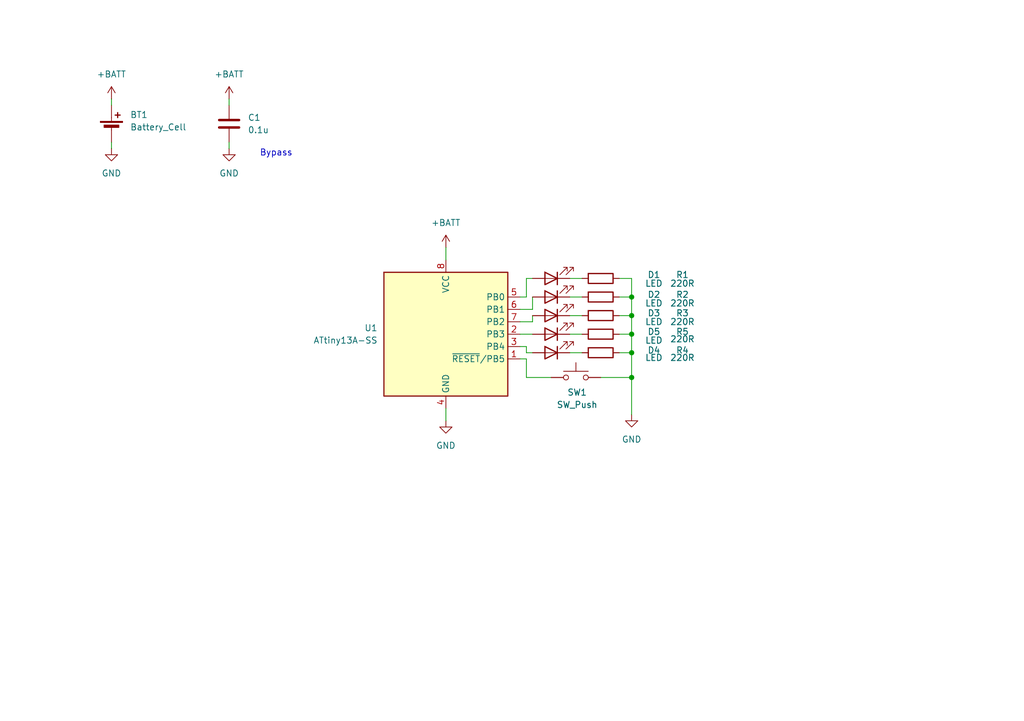
<source format=kicad_sch>
(kicad_sch (version 20231120) (generator "eeschema") (generator_version "8.0")
  (paper "A5")
  (lib_symbols
    (symbol "Device:Battery_Cell" (pin_numbers hide) (pin_names (offset 0) hide)
      (property "Reference" "BT" (at 2.54 2.54 0))
      (property "Value" "Battery_Cell" (at 2.54 0 0))
      (symbol "Battery_Cell_0_1"
        (rectangle (start -2.286 1.778) (end 2.286 1.524) (fill (type outline)))
        (rectangle (start -1.524 1.016) (end 1.524 0.508) (fill (type outline)))
        (polyline (pts (xy 0 0.762) (xy 0 0)))
        (polyline (pts (xy 0 1.778) (xy 0 2.54)))
        (polyline (pts (xy 0.762 3.048) (xy 1.778 3.048)) (stroke (width 0.254)))
        (polyline (pts (xy 1.27 3.556) (xy 1.27 2.54)) (stroke (width 0.254)))
      )
      (symbol "Battery_Cell_1_1"
        (pin passive line (at 0 5.08 270) (length 2.54) (name "+") (number "1"))
        (pin passive line (at 0 -2.54 90) (length 2.54) (name "-") (number "2"))
      )
    )
    (symbol "Device:C" (pin_numbers hide) (pin_names (offset 0.254))
      (property "Reference" "C" (at 0.635 2.54 0))
      (property "Value" "C" (at 0.635 -2.54 0))
      (symbol "C_0_1"
        (polyline (pts (xy -2.032 -0.762) (xy 2.032 -0.762)) (stroke (width 0.508)))
        (polyline (pts (xy -2.032 0.762) (xy 2.032 0.762)) (stroke (width 0.508)))
      )
      (symbol "C_1_1"
        (pin passive line (at 0 3.81 270) (length 2.794) (name "~") (number "1"))
        (pin passive line (at 0 -3.81 90) (length 2.794) (name "~") (number "2"))
      )
    )
    (symbol "Device:LED" (pin_numbers hide) (pin_names (offset 1.016) hide)
      (property "Reference" "D" (at 0 2.54 0))
      (property "Value" "LED" (at 0 -2.54 0))
      (symbol "LED_0_1"
        (polyline (pts (xy -1.27 -1.27) (xy -1.27 1.27)) (stroke (width 0.254)))
        (polyline (pts (xy -1.27 0) (xy 1.27 0)))
        (polyline (pts (xy 1.27 -1.27) (xy 1.27 1.27) (xy -1.27 0) (xy 1.27 -1.27)) (stroke (width 0.254)))
        (polyline (pts (xy -3.048 -0.762) (xy -4.572 -2.286) (xy -3.81 -2.286) (xy -4.572 -2.286) (xy -4.572 -1.524)))
        (polyline (pts (xy -1.778 -0.762) (xy -3.302 -2.286) (xy -2.54 -2.286) (xy -3.302 -2.286) (xy -3.302 -1.524)))
      )
      (symbol "LED_1_1"
        (pin passive line (at -3.81 0 0) (length 2.54) (name "K") (number "1"))
        (pin passive line (at 3.81 0 180) (length 2.54) (name "A") (number "2"))
      )
    )
    (symbol "Device:R" (pin_numbers hide) (pin_names (offset 0))
      (property "Reference" "R" (at 2.032 0 90))
      (property "Value" "R" (at 0 0 90))
      (symbol "R_0_1"
        (rectangle (start -1.016 -2.54) (end 1.016 2.54) (stroke (width 0.254)))
      )
      (symbol "R_1_1"
        (pin passive line (at 0 3.81 270) (length 1.27) (name "~") (number "1"))
        (pin passive line (at 0 -3.81 90) (length 1.27) (name "~") (number "2"))
      )
    )
    (symbol "MCU_Microchip_ATtiny:ATtiny13A-SS"
      (property "Reference" "U" (at -12.7 13.97 0))
      (property "Value" "ATtiny13A-SS" (at 2.54 -13.97 0))
      (symbol "ATtiny13A-SS_0_1"
        (rectangle (start -12.7 -12.7) (end 12.7 12.7) (stroke (width 0.254)) (fill (type background)))
      )
      (symbol "ATtiny13A-SS_1_1"
        (pin bidirectional line (at 15.24 -5.08 180) (length 2.54) (name "~{RESET}/PB5") (number "1"))
        (pin bidirectional line (at 15.24 0 180) (length 2.54) (name "PB3") (number "2"))
        (pin bidirectional line (at 15.24 -2.54 180) (length 2.54) (name "PB4") (number "3"))
        (pin power_in line (at 0 -15.24 90) (length 2.54) (name "GND") (number "4"))
        (pin bidirectional line (at 15.24 7.62 180) (length 2.54) (name "PB0") (number "5"))
        (pin bidirectional line (at 15.24 5.08 180) (length 2.54) (name "PB1") (number "6"))
        (pin bidirectional line (at 15.24 2.54 180) (length 2.54) (name "PB2") (number "7"))
        (pin power_in line (at 0 15.24 270) (length 2.54) (name "VCC") (number "8"))
      )
    )
    (symbol "Switch:SW_Push" (pin_numbers hide) (pin_names (offset 1.016) hide)
      (property "Reference" "SW" (at 1.27 2.54 0))
      (property "Value" "SW_Push" (at 0 -1.524 0))
      (symbol "SW_Push_0_1"
        (circle (center -2.032 0) (radius 0.508))
        (polyline (pts (xy 0 1.27) (xy 0 3.048)))
        (polyline (pts (xy 2.54 1.27) (xy -2.54 1.27)))
        (circle (center 2.032 0) (radius 0.508))
        (pin passive line (at -5.08 0 0) (length 2.54) (name "1") (number "1"))
        (pin passive line (at 5.08 0 180) (length 2.54) (name "2") (number "2"))
      )
    )
    (symbol "power:+BATT" (power) (pin_numbers hide) (pin_names (offset 0) hide)
      (property "Value" "+BATT" (at 0 3.556 0))
      (symbol "+BATT_0_1"
        (polyline (pts (xy -0.762 1.27) (xy 0 2.54)))
        (polyline (pts (xy 0 0) (xy 0 2.54)))
        (polyline (pts (xy 0 2.54) (xy 0.762 1.27)))
      )
      (symbol "+BATT_1_1"
        (pin power_in line (at 0 0 90) (length 0) (name "~") (number "1"))
      )
    )
    (symbol "power:GND" (power) (pin_numbers hide) (pin_names (offset 0) hide)
      (property "Value" "GND" (at 0 -3.81 0))
      (symbol "GND_0_1"
        (polyline (pts (xy 0 0) (xy 0 -1.27) (xy 1.27 -1.27) (xy 0 -2.54) (xy -1.27 -1.27) (xy 0 -1.27)))
      )
      (symbol "GND_1_1"
        (pin power_in line (at 0 0 270) (length 0) (name "~") (number "1"))
      )
    )
  )
  (junction (at 129.54 64.77))
  (junction (at 129.54 60.96))
  (junction (at 129.54 72.39))
  (junction (at 129.54 68.58))
  (junction (at 129.54 77.47))
  (wire (pts (xy 127 57.15) (xy 129.54 57.15)))
  (wire (pts (xy 127 64.77) (xy 129.54 64.77)))
  (wire (pts (xy 91.44 83.82) (xy 91.44 86.36)))
  (wire (pts (xy 107.95 71.12) (xy 107.95 72.39)))
  (wire (pts (xy 46.99 20.32) (xy 46.99 21.59)))
  (wire (pts (xy 116.84 68.58) (xy 119.38 68.58)))
  (wire (pts (xy 123.19 77.47) (xy 129.54 77.47)))
  (wire (pts (xy 129.54 68.58) (xy 129.54 72.39)))
  (wire (pts (xy 106.68 71.12) (xy 107.95 71.12)))
  (wire (pts (xy 106.68 68.58) (xy 109.22 68.58)))
  (wire (pts (xy 107.95 73.66) (xy 106.68 73.66)))
  (wire (pts (xy 109.22 66.04) (xy 106.68 66.04)))
  (wire (pts (xy 116.84 57.15) (xy 119.38 57.15)))
  (wire (pts (xy 91.44 50.8) (xy 91.44 53.34)))
  (wire (pts (xy 107.95 77.47) (xy 107.95 73.66)))
  (wire (pts (xy 129.54 57.15) (xy 129.54 60.96)))
  (wire (pts (xy 129.54 77.47) (xy 129.54 85.09)))
  (wire (pts (xy 116.84 60.96) (xy 119.38 60.96)))
  (wire (pts (xy 127 72.39) (xy 129.54 72.39)))
  (wire (pts (xy 107.95 72.39) (xy 109.22 72.39)))
  (wire (pts (xy 127 68.58) (xy 129.54 68.58)))
  (wire (pts (xy 129.54 60.96) (xy 129.54 64.77)))
  (wire (pts (xy 116.84 64.77) (xy 119.38 64.77)))
  (wire (pts (xy 109.22 60.96) (xy 109.22 63.5)))
  (wire (pts (xy 107.95 57.15) (xy 107.95 60.96)))
  (wire (pts (xy 107.95 57.15) (xy 109.22 57.15)))
  (wire (pts (xy 22.86 20.32) (xy 22.86 21.59)))
  (wire (pts (xy 129.54 64.77) (xy 129.54 68.58)))
  (wire (pts (xy 116.84 72.39) (xy 119.38 72.39)))
  (wire (pts (xy 107.95 77.47) (xy 113.03 77.47)))
  (wire (pts (xy 46.99 29.21) (xy 46.99 30.48)))
  (wire (pts (xy 129.54 72.39) (xy 129.54 77.47)))
  (wire (pts (xy 127 60.96) (xy 129.54 60.96)))
  (wire (pts (xy 109.22 64.77) (xy 109.22 66.04)))
  (wire (pts (xy 109.22 63.5) (xy 106.68 63.5)))
  (wire (pts (xy 22.86 29.21) (xy 22.86 30.48)))
  (wire (pts (xy 107.95 60.96) (xy 106.68 60.96)))
  (text "Bypass" (at 56.642 31.496 0) (effects (font (size 1.27 1.27))))
  (symbol (lib_id "Device:R") (at 123.19 68.58 90) (unit 1)
    (property "Reference" "R5" (at 139.954 68.072 90))
    (property "Value" "220R" (at 139.954 69.596 90))
    (property "Footprint" "Resistor_SMD:R_0805_2012Metric_Pad1.20x1.40mm_HandSolder" (effects (hide yes)))
    (property "Description" "Resistor" (effects (hide yes)))
  )
  (symbol (lib_id "power:+BATT") (at 91.44 50.8 0) (unit 1)
    (property "Reference" "#PWR05" (effects (hide yes)))
    (property "Value" "+BATT" (at 91.44 45.72 0))
    (property "Description" "Power symbol creates a global label with name \"+BATT\"" (effects (hide yes)))
  )
  (symbol (lib_id "Device:LED") (at 113.03 57.15 180) (unit 1)
    (property "Reference" "D1" (at 134.112 56.388 0))
    (property "Value" "LED" (at 134.112 58.166 0))
    (property "Footprint" "LED_SMD:LED_0805_2012Metric_Pad1.15x1.40mm_HandSolder" (effects (hide yes)))
    (property "Description" "Light emitting diode" (effects (hide yes)))
  )
  (symbol (lib_id "Device:LED") (at 113.03 60.96 180) (unit 1)
    (property "Reference" "D2" (at 134.112 60.452 0))
    (property "Value" "LED" (at 134.112 62.23 0))
    (property "Footprint" "LED_SMD:LED_0805_2012Metric_Pad1.15x1.40mm_HandSolder" (effects (hide yes)))
    (property "Description" "Light emitting diode" (effects (hide yes)))
  )
  (symbol (lib_id "Device:LED") (at 113.03 64.77 180) (unit 1)
    (property "Reference" "D3" (at 134.112 64.262 0))
    (property "Value" "LED" (at 134.112 66.04 0))
    (property "Footprint" "LED_SMD:LED_0805_2012Metric_Pad1.15x1.40mm_HandSolder" (effects (hide yes)))
    (property "Description" "Light emitting diode" (effects (hide yes)))
  )
  (symbol (lib_id "Device:Battery_Cell") (at 22.86 26.67 0) (unit 1)
    (property "Reference" "BT1" (at 26.67 23.5584 0) (effects (justify left)))
    (property "Value" "Battery_Cell" (at 26.67 26.0984 0) (effects (justify left)))
    (property "Footprint" "Battery:BatteryHolder_Multicomp_BC-2001_1x2032" (effects (hide yes)))
    (property "Description" "Single-cell battery" (effects (hide yes)))
  )
  (symbol (lib_id "Device:R") (at 123.19 60.96 90) (unit 1)
    (property "Reference" "R2" (at 139.954 60.452 90))
    (property "Value" "220R" (at 139.954 62.23 90))
    (property "Footprint" "Resistor_SMD:R_0805_2012Metric_Pad1.20x1.40mm_HandSolder" (effects (hide yes)))
    (property "Description" "Resistor" (effects (hide yes)))
  )
  (symbol (lib_id "Device:R") (at 123.19 57.15 90) (unit 1)
    (property "Reference" "R1" (at 139.954 56.388 90))
    (property "Value" "220R" (at 139.954 58.166 90))
    (property "Footprint" "Resistor_SMD:R_0805_2012Metric_Pad1.20x1.40mm_HandSolder" (effects (hide yes)))
    (property "Description" "Resistor" (effects (hide yes)))
  )
  (symbol (lib_id "power:GND") (at 129.54 85.09 0) (unit 1)
    (property "Reference" "#PWR04" (effects (hide yes)))
    (property "Value" "GND" (at 129.54 90.17 0))
    (property "Description" "Power symbol creates a global label with name \"GND\" , ground" (effects (hide yes)))
  )
  (symbol (lib_id "Switch:SW_Push") (at 118.11 77.47 0) (unit 1)
    (property "Reference" "SW1" (at 118.364 80.518 0))
    (property "Value" "SW_Push" (at 118.364 83.058 0))
    (property "Footprint" "Button_Switch_SMD:SW_Push_SPST_NO_Alps_SKRK" (effects (hide yes)))
    (property "Description" "Push button switch, generic, two pins" (effects (hide yes)))
  )
  (symbol (lib_id "MCU_Microchip_ATtiny:ATtiny13A-SS") (at 91.44 68.58 0) (unit 1)
    (property "Reference" "U1" (at 77.47 67.3099 0) (effects (justify right)))
    (property "Value" "ATtiny13A-SS" (at 77.47 69.8499 0) (effects (justify right)))
    (property "Footprint" "Package_SO:SOIC-8_3.9x4.9mm_P1.27mm" (effects (hide yes)))
    (property "Datasheet" "http://ww1.microchip.com/downloads/en/DeviceDoc/doc8126.pdf" (effects (hide yes)))
    (property "Description" "20MHz, 1kB Flash, 64B SRAM, 64B EEPROM, debugWIRE, SOIC-8" (effects (hide yes)))
  )
  (symbol (lib_id "power:+BATT") (at 22.86 20.32 0) (unit 1)
    (property "Reference" "#PWR0101" (effects (hide yes)))
    (property "Value" "+BATT" (at 22.86 15.24 0))
    (property "Description" "Power symbol creates a global label with name \"+BATT\"" (effects (hide yes)))
  )
  (symbol (lib_id "Device:C") (at 46.99 25.4 0) (unit 1)
    (property "Reference" "C1" (at 50.8 24.1299 0) (effects (justify left)))
    (property "Value" "0.1u" (at 50.8 26.6699 0) (effects (justify left)))
    (property "Footprint" "Capacitor_SMD:C_0805_2012Metric_Pad1.18x1.45mm_HandSolder" (effects (hide yes)))
    (property "Description" "Unpolarized capacitor" (effects (hide yes)))
  )
  (symbol (lib_id "power:+BATT") (at 46.99 20.32 0) (unit 1)
    (property "Reference" "#PWR02" (effects (hide yes)))
    (property "Value" "+BATT" (at 46.99 15.24 0))
    (property "Description" "Power symbol creates a global label with name \"+BATT\"" (effects (hide yes)))
  )
  (symbol (lib_id "Device:LED") (at 113.03 72.39 180) (unit 1)
    (property "Reference" "D4" (at 134.112 71.882 0))
    (property "Value" "LED" (at 134.112 73.406 0))
    (property "Footprint" "LED_SMD:LED_0805_2012Metric_Pad1.15x1.40mm_HandSolder" (effects (hide yes)))
    (property "Description" "Light emitting diode" (effects (hide yes)))
  )
  (symbol (lib_id "Device:LED") (at 113.03 68.58 180) (unit 1)
    (property "Reference" "D5" (at 134.112 68.072 0))
    (property "Value" "LED" (at 134.112 69.85 0))
    (property "Footprint" "LED_SMD:LED_0805_2012Metric_Pad1.15x1.40mm_HandSolder" (effects (hide yes)))
    (property "Description" "Light emitting diode" (effects (hide yes)))
  )
  (symbol (lib_id "power:GND") (at 91.44 86.36 0) (unit 1)
    (property "Reference" "#PWR06" (effects (hide yes)))
    (property "Value" "GND" (at 91.44 91.44 0))
    (property "Description" "Power symbol creates a global label with name \"GND\" , ground" (effects (hide yes)))
  )
  (symbol (lib_id "Device:R") (at 123.19 72.39 90) (unit 1)
    (property "Reference" "R4" (at 139.954 71.882 90))
    (property "Value" "220R" (at 139.954 73.406 90))
    (property "Footprint" "Resistor_SMD:R_0805_2012Metric_Pad1.20x1.40mm_HandSolder" (effects (hide yes)))
    (property "Description" "Resistor" (effects (hide yes)))
  )
  (symbol (lib_id "Device:R") (at 123.19 64.77 90) (unit 1)
    (property "Reference" "R3" (at 139.954 64.262 90))
    (property "Value" "220R" (at 139.954 66.04 90))
    (property "Footprint" "Resistor_SMD:R_0805_2012Metric_Pad1.20x1.40mm_HandSolder" (effects (hide yes)))
    (property "Description" "Resistor" (effects (hide yes)))
  )
  (symbol (lib_id "power:GND") (at 46.99 30.48 0) (unit 1)
    (property "Reference" "#PWR03" (effects (hide yes)))
    (property "Value" "GND" (at 46.99 35.56 0))
    (property "Description" "Power symbol creates a global label with name \"GND\" , ground" (effects (hide yes)))
  )
  (symbol (lib_id "power:GND") (at 22.86 30.48 0) (unit 1)
    (property "Reference" "#PWR01" (effects (hide yes)))
    (property "Value" "GND" (at 22.86 35.56 0))
    (property "Description" "Power symbol creates a global label with name \"GND\" , ground" (effects (hide yes)))
  )
)
</source>
